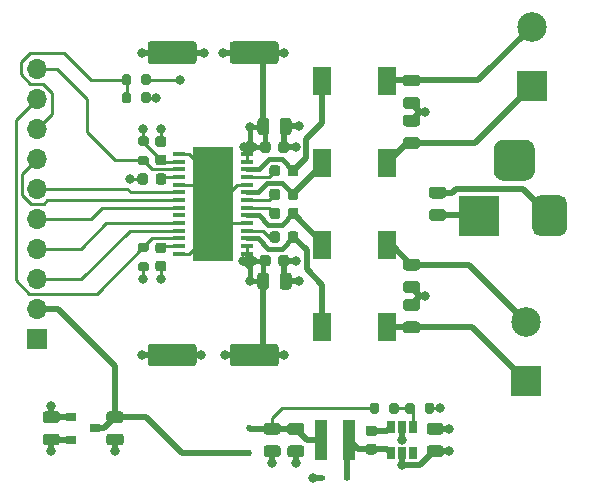
<source format=gbr>
%TF.GenerationSoftware,KiCad,Pcbnew,5.1.9-73d0e3b20d~88~ubuntu20.04.1*%
%TF.CreationDate,2021-06-05T19:46:01+02:00*%
%TF.ProjectId,pooky,706f6f6b-792e-46b6-9963-61645f706362,v1.00*%
%TF.SameCoordinates,Original*%
%TF.FileFunction,Copper,L1,Top*%
%TF.FilePolarity,Positive*%
%FSLAX46Y46*%
G04 Gerber Fmt 4.6, Leading zero omitted, Abs format (unit mm)*
G04 Created by KiCad (PCBNEW 5.1.9-73d0e3b20d~88~ubuntu20.04.1) date 2021-06-05 19:46:01*
%MOMM*%
%LPD*%
G01*
G04 APERTURE LIST*
%TA.AperFunction,SMDPad,CuDef*%
%ADD10R,0.980000X3.400000*%
%TD*%
%TA.AperFunction,SMDPad,CuDef*%
%ADD11R,0.600000X0.450000*%
%TD*%
%TA.AperFunction,SMDPad,CuDef*%
%ADD12R,0.450000X0.600000*%
%TD*%
%TA.AperFunction,SMDPad,CuDef*%
%ADD13R,1.500000X2.400000*%
%TD*%
%TA.AperFunction,SMDPad,CuDef*%
%ADD14R,1.100000X0.400000*%
%TD*%
%TA.AperFunction,SMDPad,CuDef*%
%ADD15R,3.400000X9.700000*%
%TD*%
%TA.AperFunction,ComponentPad*%
%ADD16C,0.600000*%
%TD*%
%TA.AperFunction,SMDPad,CuDef*%
%ADD17R,0.650000X1.060000*%
%TD*%
%TA.AperFunction,SMDPad,CuDef*%
%ADD18R,0.900000X0.800000*%
%TD*%
%TA.AperFunction,ComponentPad*%
%ADD19R,3.500000X3.500000*%
%TD*%
%TA.AperFunction,ComponentPad*%
%ADD20C,2.500000*%
%TD*%
%TA.AperFunction,ComponentPad*%
%ADD21R,2.500000X2.500000*%
%TD*%
%TA.AperFunction,ComponentPad*%
%ADD22R,1.700000X1.700000*%
%TD*%
%TA.AperFunction,ComponentPad*%
%ADD23O,1.700000X1.700000*%
%TD*%
%TA.AperFunction,ViaPad*%
%ADD24C,0.800000*%
%TD*%
%TA.AperFunction,Conductor*%
%ADD25C,0.400000*%
%TD*%
%TA.AperFunction,Conductor*%
%ADD26C,0.500000*%
%TD*%
%TA.AperFunction,Conductor*%
%ADD27C,0.250000*%
%TD*%
G04 APERTURE END LIST*
D10*
%TO.P,L5,1*%
%TO.N,Net-(C17-Pad2)*%
X180485000Y-120000000D03*
%TO.P,L5,2*%
%TO.N,Net-(C18-Pad1)*%
X178115000Y-120000000D03*
%TD*%
%TO.P,C1,2*%
%TO.N,Net-(C1-Pad2)*%
%TA.AperFunction,SMDPad,CuDef*%
G36*
G01*
X175325000Y-97450000D02*
X175325000Y-96950000D01*
G75*
G02*
X175550000Y-96725000I225000J0D01*
G01*
X176000000Y-96725000D01*
G75*
G02*
X176225000Y-96950000I0J-225000D01*
G01*
X176225000Y-97450000D01*
G75*
G02*
X176000000Y-97675000I-225000J0D01*
G01*
X175550000Y-97675000D01*
G75*
G02*
X175325000Y-97450000I0J225000D01*
G01*
G37*
%TD.AperFunction*%
%TO.P,C1,1*%
%TO.N,Net-(C1-Pad1)*%
%TA.AperFunction,SMDPad,CuDef*%
G36*
G01*
X173775000Y-97450000D02*
X173775000Y-96950000D01*
G75*
G02*
X174000000Y-96725000I225000J0D01*
G01*
X174450000Y-96725000D01*
G75*
G02*
X174675000Y-96950000I0J-225000D01*
G01*
X174675000Y-97450000D01*
G75*
G02*
X174450000Y-97675000I-225000J0D01*
G01*
X174000000Y-97675000D01*
G75*
G02*
X173775000Y-97450000I0J225000D01*
G01*
G37*
%TD.AperFunction*%
%TD*%
%TO.P,C2,2*%
%TO.N,Net-(C2-Pad2)*%
%TA.AperFunction,SMDPad,CuDef*%
G36*
G01*
X175325000Y-103050000D02*
X175325000Y-102550000D01*
G75*
G02*
X175550000Y-102325000I225000J0D01*
G01*
X176000000Y-102325000D01*
G75*
G02*
X176225000Y-102550000I0J-225000D01*
G01*
X176225000Y-103050000D01*
G75*
G02*
X176000000Y-103275000I-225000J0D01*
G01*
X175550000Y-103275000D01*
G75*
G02*
X175325000Y-103050000I0J225000D01*
G01*
G37*
%TD.AperFunction*%
%TO.P,C2,1*%
%TO.N,Net-(C2-Pad1)*%
%TA.AperFunction,SMDPad,CuDef*%
G36*
G01*
X173775000Y-103050000D02*
X173775000Y-102550000D01*
G75*
G02*
X174000000Y-102325000I225000J0D01*
G01*
X174450000Y-102325000D01*
G75*
G02*
X174675000Y-102550000I0J-225000D01*
G01*
X174675000Y-103050000D01*
G75*
G02*
X174450000Y-103275000I-225000J0D01*
G01*
X174000000Y-103275000D01*
G75*
G02*
X173775000Y-103050000I0J225000D01*
G01*
G37*
%TD.AperFunction*%
%TD*%
%TO.P,C3,1*%
%TO.N,Net-(C3-Pad1)*%
%TA.AperFunction,SMDPad,CuDef*%
G36*
G01*
X173775000Y-99450000D02*
X173775000Y-98950000D01*
G75*
G02*
X174000000Y-98725000I225000J0D01*
G01*
X174450000Y-98725000D01*
G75*
G02*
X174675000Y-98950000I0J-225000D01*
G01*
X174675000Y-99450000D01*
G75*
G02*
X174450000Y-99675000I-225000J0D01*
G01*
X174000000Y-99675000D01*
G75*
G02*
X173775000Y-99450000I0J225000D01*
G01*
G37*
%TD.AperFunction*%
%TO.P,C3,2*%
%TO.N,Net-(C3-Pad2)*%
%TA.AperFunction,SMDPad,CuDef*%
G36*
G01*
X175325000Y-99450000D02*
X175325000Y-98950000D01*
G75*
G02*
X175550000Y-98725000I225000J0D01*
G01*
X176000000Y-98725000D01*
G75*
G02*
X176225000Y-98950000I0J-225000D01*
G01*
X176225000Y-99450000D01*
G75*
G02*
X176000000Y-99675000I-225000J0D01*
G01*
X175550000Y-99675000D01*
G75*
G02*
X175325000Y-99450000I0J225000D01*
G01*
G37*
%TD.AperFunction*%
%TD*%
%TO.P,C4,2*%
%TO.N,Net-(C4-Pad2)*%
%TA.AperFunction,SMDPad,CuDef*%
G36*
G01*
X175325000Y-101050000D02*
X175325000Y-100550000D01*
G75*
G02*
X175550000Y-100325000I225000J0D01*
G01*
X176000000Y-100325000D01*
G75*
G02*
X176225000Y-100550000I0J-225000D01*
G01*
X176225000Y-101050000D01*
G75*
G02*
X176000000Y-101275000I-225000J0D01*
G01*
X175550000Y-101275000D01*
G75*
G02*
X175325000Y-101050000I0J225000D01*
G01*
G37*
%TD.AperFunction*%
%TO.P,C4,1*%
%TO.N,Net-(C4-Pad1)*%
%TA.AperFunction,SMDPad,CuDef*%
G36*
G01*
X173775000Y-101050000D02*
X173775000Y-100550000D01*
G75*
G02*
X174000000Y-100325000I225000J0D01*
G01*
X174450000Y-100325000D01*
G75*
G02*
X174675000Y-100550000I0J-225000D01*
G01*
X174675000Y-101050000D01*
G75*
G02*
X174450000Y-101275000I-225000J0D01*
G01*
X174000000Y-101275000D01*
G75*
G02*
X173775000Y-101050000I0J225000D01*
G01*
G37*
%TD.AperFunction*%
%TD*%
%TO.P,C5,2*%
%TO.N,Net-(C5-Pad2)*%
%TA.AperFunction,SMDPad,CuDef*%
G36*
G01*
X186275000Y-90050000D02*
X185325000Y-90050000D01*
G75*
G02*
X185075000Y-89800000I0J250000D01*
G01*
X185075000Y-89300000D01*
G75*
G02*
X185325000Y-89050000I250000J0D01*
G01*
X186275000Y-89050000D01*
G75*
G02*
X186525000Y-89300000I0J-250000D01*
G01*
X186525000Y-89800000D01*
G75*
G02*
X186275000Y-90050000I-250000J0D01*
G01*
G37*
%TD.AperFunction*%
%TO.P,C5,1*%
%TO.N,GND*%
%TA.AperFunction,SMDPad,CuDef*%
G36*
G01*
X186275000Y-91950000D02*
X185325000Y-91950000D01*
G75*
G02*
X185075000Y-91700000I0J250000D01*
G01*
X185075000Y-91200000D01*
G75*
G02*
X185325000Y-90950000I250000J0D01*
G01*
X186275000Y-90950000D01*
G75*
G02*
X186525000Y-91200000I0J-250000D01*
G01*
X186525000Y-91700000D01*
G75*
G02*
X186275000Y-91950000I-250000J0D01*
G01*
G37*
%TD.AperFunction*%
%TD*%
%TO.P,C6,2*%
%TO.N,GND*%
%TA.AperFunction,SMDPad,CuDef*%
G36*
G01*
X186275000Y-93450000D02*
X185325000Y-93450000D01*
G75*
G02*
X185075000Y-93200000I0J250000D01*
G01*
X185075000Y-92700000D01*
G75*
G02*
X185325000Y-92450000I250000J0D01*
G01*
X186275000Y-92450000D01*
G75*
G02*
X186525000Y-92700000I0J-250000D01*
G01*
X186525000Y-93200000D01*
G75*
G02*
X186275000Y-93450000I-250000J0D01*
G01*
G37*
%TD.AperFunction*%
%TO.P,C6,1*%
%TO.N,Net-(C6-Pad1)*%
%TA.AperFunction,SMDPad,CuDef*%
G36*
G01*
X186275000Y-95350000D02*
X185325000Y-95350000D01*
G75*
G02*
X185075000Y-95100000I0J250000D01*
G01*
X185075000Y-94600000D01*
G75*
G02*
X185325000Y-94350000I250000J0D01*
G01*
X186275000Y-94350000D01*
G75*
G02*
X186525000Y-94600000I0J-250000D01*
G01*
X186525000Y-95100000D01*
G75*
G02*
X186275000Y-95350000I-250000J0D01*
G01*
G37*
%TD.AperFunction*%
%TD*%
%TO.P,C7,1*%
%TO.N,GND*%
%TA.AperFunction,SMDPad,CuDef*%
G36*
G01*
X186275000Y-107550000D02*
X185325000Y-107550000D01*
G75*
G02*
X185075000Y-107300000I0J250000D01*
G01*
X185075000Y-106800000D01*
G75*
G02*
X185325000Y-106550000I250000J0D01*
G01*
X186275000Y-106550000D01*
G75*
G02*
X186525000Y-106800000I0J-250000D01*
G01*
X186525000Y-107300000D01*
G75*
G02*
X186275000Y-107550000I-250000J0D01*
G01*
G37*
%TD.AperFunction*%
%TO.P,C7,2*%
%TO.N,Net-(C7-Pad2)*%
%TA.AperFunction,SMDPad,CuDef*%
G36*
G01*
X186275000Y-105650000D02*
X185325000Y-105650000D01*
G75*
G02*
X185075000Y-105400000I0J250000D01*
G01*
X185075000Y-104900000D01*
G75*
G02*
X185325000Y-104650000I250000J0D01*
G01*
X186275000Y-104650000D01*
G75*
G02*
X186525000Y-104900000I0J-250000D01*
G01*
X186525000Y-105400000D01*
G75*
G02*
X186275000Y-105650000I-250000J0D01*
G01*
G37*
%TD.AperFunction*%
%TD*%
%TO.P,C8,1*%
%TO.N,Net-(C8-Pad1)*%
%TA.AperFunction,SMDPad,CuDef*%
G36*
G01*
X186275000Y-110950000D02*
X185325000Y-110950000D01*
G75*
G02*
X185075000Y-110700000I0J250000D01*
G01*
X185075000Y-110200000D01*
G75*
G02*
X185325000Y-109950000I250000J0D01*
G01*
X186275000Y-109950000D01*
G75*
G02*
X186525000Y-110200000I0J-250000D01*
G01*
X186525000Y-110700000D01*
G75*
G02*
X186275000Y-110950000I-250000J0D01*
G01*
G37*
%TD.AperFunction*%
%TO.P,C8,2*%
%TO.N,GND*%
%TA.AperFunction,SMDPad,CuDef*%
G36*
G01*
X186275000Y-109050000D02*
X185325000Y-109050000D01*
G75*
G02*
X185075000Y-108800000I0J250000D01*
G01*
X185075000Y-108300000D01*
G75*
G02*
X185325000Y-108050000I250000J0D01*
G01*
X186275000Y-108050000D01*
G75*
G02*
X186525000Y-108300000I0J-250000D01*
G01*
X186525000Y-108800000D01*
G75*
G02*
X186275000Y-109050000I-250000J0D01*
G01*
G37*
%TD.AperFunction*%
%TD*%
%TO.P,C9,1*%
%TO.N,vin*%
%TA.AperFunction,SMDPad,CuDef*%
G36*
G01*
X172975000Y-95450000D02*
X172975000Y-94950000D01*
G75*
G02*
X173200000Y-94725000I225000J0D01*
G01*
X173650000Y-94725000D01*
G75*
G02*
X173875000Y-94950000I0J-225000D01*
G01*
X173875000Y-95450000D01*
G75*
G02*
X173650000Y-95675000I-225000J0D01*
G01*
X173200000Y-95675000D01*
G75*
G02*
X172975000Y-95450000I0J225000D01*
G01*
G37*
%TD.AperFunction*%
%TO.P,C9,2*%
%TO.N,GND*%
%TA.AperFunction,SMDPad,CuDef*%
G36*
G01*
X174525000Y-95450000D02*
X174525000Y-94950000D01*
G75*
G02*
X174750000Y-94725000I225000J0D01*
G01*
X175200000Y-94725000D01*
G75*
G02*
X175425000Y-94950000I0J-225000D01*
G01*
X175425000Y-95450000D01*
G75*
G02*
X175200000Y-95675000I-225000J0D01*
G01*
X174750000Y-95675000D01*
G75*
G02*
X174525000Y-95450000I0J225000D01*
G01*
G37*
%TD.AperFunction*%
%TD*%
%TO.P,C10,1*%
%TO.N,vin*%
%TA.AperFunction,SMDPad,CuDef*%
G36*
G01*
X172975000Y-105050000D02*
X172975000Y-104550000D01*
G75*
G02*
X173200000Y-104325000I225000J0D01*
G01*
X173650000Y-104325000D01*
G75*
G02*
X173875000Y-104550000I0J-225000D01*
G01*
X173875000Y-105050000D01*
G75*
G02*
X173650000Y-105275000I-225000J0D01*
G01*
X173200000Y-105275000D01*
G75*
G02*
X172975000Y-105050000I0J225000D01*
G01*
G37*
%TD.AperFunction*%
%TO.P,C10,2*%
%TO.N,GND*%
%TA.AperFunction,SMDPad,CuDef*%
G36*
G01*
X174525000Y-105050000D02*
X174525000Y-104550000D01*
G75*
G02*
X174750000Y-104325000I225000J0D01*
G01*
X175200000Y-104325000D01*
G75*
G02*
X175425000Y-104550000I0J-225000D01*
G01*
X175425000Y-105050000D01*
G75*
G02*
X175200000Y-105275000I-225000J0D01*
G01*
X174750000Y-105275000D01*
G75*
G02*
X174525000Y-105050000I0J225000D01*
G01*
G37*
%TD.AperFunction*%
%TD*%
%TO.P,C11,1*%
%TO.N,vin*%
%TA.AperFunction,SMDPad,CuDef*%
G36*
G01*
X172750000Y-93925000D02*
X172750000Y-92975000D01*
G75*
G02*
X173000000Y-92725000I250000J0D01*
G01*
X173500000Y-92725000D01*
G75*
G02*
X173750000Y-92975000I0J-250000D01*
G01*
X173750000Y-93925000D01*
G75*
G02*
X173500000Y-94175000I-250000J0D01*
G01*
X173000000Y-94175000D01*
G75*
G02*
X172750000Y-93925000I0J250000D01*
G01*
G37*
%TD.AperFunction*%
%TO.P,C11,2*%
%TO.N,GND*%
%TA.AperFunction,SMDPad,CuDef*%
G36*
G01*
X174650000Y-93925000D02*
X174650000Y-92975000D01*
G75*
G02*
X174900000Y-92725000I250000J0D01*
G01*
X175400000Y-92725000D01*
G75*
G02*
X175650000Y-92975000I0J-250000D01*
G01*
X175650000Y-93925000D01*
G75*
G02*
X175400000Y-94175000I-250000J0D01*
G01*
X174900000Y-94175000D01*
G75*
G02*
X174650000Y-93925000I0J250000D01*
G01*
G37*
%TD.AperFunction*%
%TD*%
%TO.P,C12,1*%
%TO.N,vin*%
%TA.AperFunction,SMDPad,CuDef*%
G36*
G01*
X172750000Y-107025000D02*
X172750000Y-106075000D01*
G75*
G02*
X173000000Y-105825000I250000J0D01*
G01*
X173500000Y-105825000D01*
G75*
G02*
X173750000Y-106075000I0J-250000D01*
G01*
X173750000Y-107025000D01*
G75*
G02*
X173500000Y-107275000I-250000J0D01*
G01*
X173000000Y-107275000D01*
G75*
G02*
X172750000Y-107025000I0J250000D01*
G01*
G37*
%TD.AperFunction*%
%TO.P,C12,2*%
%TO.N,GND*%
%TA.AperFunction,SMDPad,CuDef*%
G36*
G01*
X174650000Y-107025000D02*
X174650000Y-106075000D01*
G75*
G02*
X174900000Y-105825000I250000J0D01*
G01*
X175400000Y-105825000D01*
G75*
G02*
X175650000Y-106075000I0J-250000D01*
G01*
X175650000Y-107025000D01*
G75*
G02*
X175400000Y-107275000I-250000J0D01*
G01*
X174900000Y-107275000D01*
G75*
G02*
X174650000Y-107025000I0J250000D01*
G01*
G37*
%TD.AperFunction*%
%TD*%
%TO.P,C13,1*%
%TO.N,vin*%
%TA.AperFunction,SMDPad,CuDef*%
G36*
G01*
X187525000Y-98550000D02*
X188475000Y-98550000D01*
G75*
G02*
X188725000Y-98800000I0J-250000D01*
G01*
X188725000Y-99300000D01*
G75*
G02*
X188475000Y-99550000I-250000J0D01*
G01*
X187525000Y-99550000D01*
G75*
G02*
X187275000Y-99300000I0J250000D01*
G01*
X187275000Y-98800000D01*
G75*
G02*
X187525000Y-98550000I250000J0D01*
G01*
G37*
%TD.AperFunction*%
%TO.P,C13,2*%
%TO.N,GND*%
%TA.AperFunction,SMDPad,CuDef*%
G36*
G01*
X187525000Y-100450000D02*
X188475000Y-100450000D01*
G75*
G02*
X188725000Y-100700000I0J-250000D01*
G01*
X188725000Y-101200000D01*
G75*
G02*
X188475000Y-101450000I-250000J0D01*
G01*
X187525000Y-101450000D01*
G75*
G02*
X187275000Y-101200000I0J250000D01*
G01*
X187275000Y-100700000D01*
G75*
G02*
X187525000Y-100450000I250000J0D01*
G01*
G37*
%TD.AperFunction*%
%TD*%
%TO.P,C14,2*%
%TO.N,GND*%
%TA.AperFunction,SMDPad,CuDef*%
G36*
G01*
X188275000Y-119550000D02*
X187325000Y-119550000D01*
G75*
G02*
X187075000Y-119300000I0J250000D01*
G01*
X187075000Y-118800000D01*
G75*
G02*
X187325000Y-118550000I250000J0D01*
G01*
X188275000Y-118550000D01*
G75*
G02*
X188525000Y-118800000I0J-250000D01*
G01*
X188525000Y-119300000D01*
G75*
G02*
X188275000Y-119550000I-250000J0D01*
G01*
G37*
%TD.AperFunction*%
%TO.P,C14,1*%
%TO.N,vin*%
%TA.AperFunction,SMDPad,CuDef*%
G36*
G01*
X188275000Y-121450000D02*
X187325000Y-121450000D01*
G75*
G02*
X187075000Y-121200000I0J250000D01*
G01*
X187075000Y-120700000D01*
G75*
G02*
X187325000Y-120450000I250000J0D01*
G01*
X188275000Y-120450000D01*
G75*
G02*
X188525000Y-120700000I0J-250000D01*
G01*
X188525000Y-121200000D01*
G75*
G02*
X188275000Y-121450000I-250000J0D01*
G01*
G37*
%TD.AperFunction*%
%TD*%
%TO.P,C16,2*%
%TO.N,GND*%
%TA.AperFunction,SMDPad,CuDef*%
G36*
G01*
X155775000Y-118550000D02*
X154825000Y-118550000D01*
G75*
G02*
X154575000Y-118300000I0J250000D01*
G01*
X154575000Y-117800000D01*
G75*
G02*
X154825000Y-117550000I250000J0D01*
G01*
X155775000Y-117550000D01*
G75*
G02*
X156025000Y-117800000I0J-250000D01*
G01*
X156025000Y-118300000D01*
G75*
G02*
X155775000Y-118550000I-250000J0D01*
G01*
G37*
%TD.AperFunction*%
%TO.P,C16,1*%
%TO.N,+3V3*%
%TA.AperFunction,SMDPad,CuDef*%
G36*
G01*
X155775000Y-120450000D02*
X154825000Y-120450000D01*
G75*
G02*
X154575000Y-120200000I0J250000D01*
G01*
X154575000Y-119700000D01*
G75*
G02*
X154825000Y-119450000I250000J0D01*
G01*
X155775000Y-119450000D01*
G75*
G02*
X156025000Y-119700000I0J-250000D01*
G01*
X156025000Y-120200000D01*
G75*
G02*
X155775000Y-120450000I-250000J0D01*
G01*
G37*
%TD.AperFunction*%
%TD*%
%TO.P,C17,2*%
%TO.N,Net-(C17-Pad2)*%
%TA.AperFunction,SMDPad,CuDef*%
G36*
G01*
X182150000Y-120325000D02*
X182650000Y-120325000D01*
G75*
G02*
X182875000Y-120550000I0J-225000D01*
G01*
X182875000Y-121000000D01*
G75*
G02*
X182650000Y-121225000I-225000J0D01*
G01*
X182150000Y-121225000D01*
G75*
G02*
X181925000Y-121000000I0J225000D01*
G01*
X181925000Y-120550000D01*
G75*
G02*
X182150000Y-120325000I225000J0D01*
G01*
G37*
%TD.AperFunction*%
%TO.P,C17,1*%
%TO.N,Net-(C17-Pad1)*%
%TA.AperFunction,SMDPad,CuDef*%
G36*
G01*
X182150000Y-118775000D02*
X182650000Y-118775000D01*
G75*
G02*
X182875000Y-119000000I0J-225000D01*
G01*
X182875000Y-119450000D01*
G75*
G02*
X182650000Y-119675000I-225000J0D01*
G01*
X182150000Y-119675000D01*
G75*
G02*
X181925000Y-119450000I0J225000D01*
G01*
X181925000Y-119000000D01*
G75*
G02*
X182150000Y-118775000I225000J0D01*
G01*
G37*
%TD.AperFunction*%
%TD*%
%TO.P,C18,2*%
%TO.N,GND*%
%TA.AperFunction,SMDPad,CuDef*%
G36*
G01*
X173525000Y-120450000D02*
X174475000Y-120450000D01*
G75*
G02*
X174725000Y-120700000I0J-250000D01*
G01*
X174725000Y-121200000D01*
G75*
G02*
X174475000Y-121450000I-250000J0D01*
G01*
X173525000Y-121450000D01*
G75*
G02*
X173275000Y-121200000I0J250000D01*
G01*
X173275000Y-120700000D01*
G75*
G02*
X173525000Y-120450000I250000J0D01*
G01*
G37*
%TD.AperFunction*%
%TO.P,C18,1*%
%TO.N,Net-(C18-Pad1)*%
%TA.AperFunction,SMDPad,CuDef*%
G36*
G01*
X173525000Y-118550000D02*
X174475000Y-118550000D01*
G75*
G02*
X174725000Y-118800000I0J-250000D01*
G01*
X174725000Y-119300000D01*
G75*
G02*
X174475000Y-119550000I-250000J0D01*
G01*
X173525000Y-119550000D01*
G75*
G02*
X173275000Y-119300000I0J250000D01*
G01*
X173275000Y-118800000D01*
G75*
G02*
X173525000Y-118550000I250000J0D01*
G01*
G37*
%TD.AperFunction*%
%TD*%
%TO.P,C19,1*%
%TO.N,Net-(C18-Pad1)*%
%TA.AperFunction,SMDPad,CuDef*%
G36*
G01*
X175525000Y-118550000D02*
X176475000Y-118550000D01*
G75*
G02*
X176725000Y-118800000I0J-250000D01*
G01*
X176725000Y-119300000D01*
G75*
G02*
X176475000Y-119550000I-250000J0D01*
G01*
X175525000Y-119550000D01*
G75*
G02*
X175275000Y-119300000I0J250000D01*
G01*
X175275000Y-118800000D01*
G75*
G02*
X175525000Y-118550000I250000J0D01*
G01*
G37*
%TD.AperFunction*%
%TO.P,C19,2*%
%TO.N,GND*%
%TA.AperFunction,SMDPad,CuDef*%
G36*
G01*
X175525000Y-120450000D02*
X176475000Y-120450000D01*
G75*
G02*
X176725000Y-120700000I0J-250000D01*
G01*
X176725000Y-121200000D01*
G75*
G02*
X176475000Y-121450000I-250000J0D01*
G01*
X175525000Y-121450000D01*
G75*
G02*
X175275000Y-121200000I0J250000D01*
G01*
X175275000Y-120700000D01*
G75*
G02*
X175525000Y-120450000I250000J0D01*
G01*
G37*
%TD.AperFunction*%
%TD*%
%TO.P,C20,2*%
%TO.N,+3V3*%
%TA.AperFunction,SMDPad,CuDef*%
G36*
G01*
X164330000Y-95825000D02*
X164830000Y-95825000D01*
G75*
G02*
X165055000Y-96050000I0J-225000D01*
G01*
X165055000Y-96500000D01*
G75*
G02*
X164830000Y-96725000I-225000J0D01*
G01*
X164330000Y-96725000D01*
G75*
G02*
X164105000Y-96500000I0J225000D01*
G01*
X164105000Y-96050000D01*
G75*
G02*
X164330000Y-95825000I225000J0D01*
G01*
G37*
%TD.AperFunction*%
%TO.P,C20,1*%
%TO.N,GND*%
%TA.AperFunction,SMDPad,CuDef*%
G36*
G01*
X164330000Y-94275000D02*
X164830000Y-94275000D01*
G75*
G02*
X165055000Y-94500000I0J-225000D01*
G01*
X165055000Y-94950000D01*
G75*
G02*
X164830000Y-95175000I-225000J0D01*
G01*
X164330000Y-95175000D01*
G75*
G02*
X164105000Y-94950000I0J225000D01*
G01*
X164105000Y-94500000D01*
G75*
G02*
X164330000Y-94275000I225000J0D01*
G01*
G37*
%TD.AperFunction*%
%TD*%
%TO.P,C21,1*%
%TO.N,GND*%
%TA.AperFunction,SMDPad,CuDef*%
G36*
G01*
X162595000Y-98140000D02*
X162595000Y-97640000D01*
G75*
G02*
X162820000Y-97415000I225000J0D01*
G01*
X163270000Y-97415000D01*
G75*
G02*
X163495000Y-97640000I0J-225000D01*
G01*
X163495000Y-98140000D01*
G75*
G02*
X163270000Y-98365000I-225000J0D01*
G01*
X162820000Y-98365000D01*
G75*
G02*
X162595000Y-98140000I0J225000D01*
G01*
G37*
%TD.AperFunction*%
%TO.P,C21,2*%
%TO.N,Net-(C21-Pad2)*%
%TA.AperFunction,SMDPad,CuDef*%
G36*
G01*
X164145000Y-98140000D02*
X164145000Y-97640000D01*
G75*
G02*
X164370000Y-97415000I225000J0D01*
G01*
X164820000Y-97415000D01*
G75*
G02*
X165045000Y-97640000I0J-225000D01*
G01*
X165045000Y-98140000D01*
G75*
G02*
X164820000Y-98365000I-225000J0D01*
G01*
X164370000Y-98365000D01*
G75*
G02*
X164145000Y-98140000I0J225000D01*
G01*
G37*
%TD.AperFunction*%
%TD*%
%TO.P,C22,1*%
%TO.N,GND*%
%TA.AperFunction,SMDPad,CuDef*%
G36*
G01*
X164830000Y-105725000D02*
X164330000Y-105725000D01*
G75*
G02*
X164105000Y-105500000I0J225000D01*
G01*
X164105000Y-105050000D01*
G75*
G02*
X164330000Y-104825000I225000J0D01*
G01*
X164830000Y-104825000D01*
G75*
G02*
X165055000Y-105050000I0J-225000D01*
G01*
X165055000Y-105500000D01*
G75*
G02*
X164830000Y-105725000I-225000J0D01*
G01*
G37*
%TD.AperFunction*%
%TO.P,C22,2*%
%TO.N,Net-(C22-Pad2)*%
%TA.AperFunction,SMDPad,CuDef*%
G36*
G01*
X164830000Y-104175000D02*
X164330000Y-104175000D01*
G75*
G02*
X164105000Y-103950000I0J225000D01*
G01*
X164105000Y-103500000D01*
G75*
G02*
X164330000Y-103275000I225000J0D01*
G01*
X164830000Y-103275000D01*
G75*
G02*
X165055000Y-103500000I0J-225000D01*
G01*
X165055000Y-103950000D01*
G75*
G02*
X164830000Y-104175000I-225000J0D01*
G01*
G37*
%TD.AperFunction*%
%TD*%
%TO.P,C24,1*%
%TO.N,vin*%
%TA.AperFunction,SMDPad,CuDef*%
G36*
G01*
X174550000Y-86500000D02*
X174550000Y-87900000D01*
G75*
G02*
X174300000Y-88150000I-250000J0D01*
G01*
X170650000Y-88150000D01*
G75*
G02*
X170400000Y-87900000I0J250000D01*
G01*
X170400000Y-86500000D01*
G75*
G02*
X170650000Y-86250000I250000J0D01*
G01*
X174300000Y-86250000D01*
G75*
G02*
X174550000Y-86500000I0J-250000D01*
G01*
G37*
%TD.AperFunction*%
%TO.P,C24,2*%
%TO.N,GND*%
%TA.AperFunction,SMDPad,CuDef*%
G36*
G01*
X167600000Y-86500000D02*
X167600000Y-87900000D01*
G75*
G02*
X167350000Y-88150000I-250000J0D01*
G01*
X163700000Y-88150000D01*
G75*
G02*
X163450000Y-87900000I0J250000D01*
G01*
X163450000Y-86500000D01*
G75*
G02*
X163700000Y-86250000I250000J0D01*
G01*
X167350000Y-86250000D01*
G75*
G02*
X167600000Y-86500000I0J-250000D01*
G01*
G37*
%TD.AperFunction*%
%TD*%
%TO.P,C36,2*%
%TO.N,GND*%
%TA.AperFunction,SMDPad,CuDef*%
G36*
G01*
X167600000Y-112100000D02*
X167600000Y-113500000D01*
G75*
G02*
X167350000Y-113750000I-250000J0D01*
G01*
X163700000Y-113750000D01*
G75*
G02*
X163450000Y-113500000I0J250000D01*
G01*
X163450000Y-112100000D01*
G75*
G02*
X163700000Y-111850000I250000J0D01*
G01*
X167350000Y-111850000D01*
G75*
G02*
X167600000Y-112100000I0J-250000D01*
G01*
G37*
%TD.AperFunction*%
%TO.P,C36,1*%
%TO.N,vin*%
%TA.AperFunction,SMDPad,CuDef*%
G36*
G01*
X174550000Y-112100000D02*
X174550000Y-113500000D01*
G75*
G02*
X174300000Y-113750000I-250000J0D01*
G01*
X170650000Y-113750000D01*
G75*
G02*
X170400000Y-113500000I0J250000D01*
G01*
X170400000Y-112100000D01*
G75*
G02*
X170650000Y-111850000I250000J0D01*
G01*
X174300000Y-111850000D01*
G75*
G02*
X174550000Y-112100000I0J-250000D01*
G01*
G37*
%TD.AperFunction*%
%TD*%
D11*
%TO.P,D1,2*%
%TO.N,GND*%
X178250000Y-123250000D03*
%TO.P,D1,1*%
%TO.N,Net-(C17-Pad2)*%
X180350000Y-123250000D03*
%TD*%
D12*
%TO.P,D2,1*%
%TO.N,+5V*%
X172000000Y-121050000D03*
%TO.P,D2,2*%
%TO.N,Net-(C18-Pad1)*%
X172000000Y-118950000D03*
%TD*%
D13*
%TO.P,L1,2*%
%TO.N,Net-(C5-Pad2)*%
X183750000Y-89600000D03*
%TO.P,L1,1*%
%TO.N,Net-(C1-Pad2)*%
X178250000Y-89600000D03*
%TD*%
%TO.P,L2,1*%
%TO.N,Net-(C2-Pad2)*%
X178250000Y-110400000D03*
%TO.P,L2,2*%
%TO.N,Net-(C8-Pad1)*%
X183750000Y-110400000D03*
%TD*%
%TO.P,L3,2*%
%TO.N,Net-(C6-Pad1)*%
X183750000Y-96500000D03*
%TO.P,L3,1*%
%TO.N,Net-(C3-Pad2)*%
X178250000Y-96500000D03*
%TD*%
%TO.P,L4,1*%
%TO.N,Net-(C4-Pad2)*%
X178250000Y-103500000D03*
%TO.P,L4,2*%
%TO.N,Net-(C7-Pad2)*%
X183750000Y-103500000D03*
%TD*%
%TO.P,R1,2*%
%TO.N,GND*%
%TA.AperFunction,SMDPad,CuDef*%
G36*
G01*
X186925000Y-117575000D02*
X186925000Y-117025000D01*
G75*
G02*
X187125000Y-116825000I200000J0D01*
G01*
X187525000Y-116825000D01*
G75*
G02*
X187725000Y-117025000I0J-200000D01*
G01*
X187725000Y-117575000D01*
G75*
G02*
X187525000Y-117775000I-200000J0D01*
G01*
X187125000Y-117775000D01*
G75*
G02*
X186925000Y-117575000I0J200000D01*
G01*
G37*
%TD.AperFunction*%
%TO.P,R1,1*%
%TO.N,Net-(R1-Pad1)*%
%TA.AperFunction,SMDPad,CuDef*%
G36*
G01*
X185275000Y-117575000D02*
X185275000Y-117025000D01*
G75*
G02*
X185475000Y-116825000I200000J0D01*
G01*
X185875000Y-116825000D01*
G75*
G02*
X186075000Y-117025000I0J-200000D01*
G01*
X186075000Y-117575000D01*
G75*
G02*
X185875000Y-117775000I-200000J0D01*
G01*
X185475000Y-117775000D01*
G75*
G02*
X185275000Y-117575000I0J200000D01*
G01*
G37*
%TD.AperFunction*%
%TD*%
%TO.P,R2,1*%
%TO.N,Net-(C18-Pad1)*%
%TA.AperFunction,SMDPad,CuDef*%
G36*
G01*
X182275000Y-117575000D02*
X182275000Y-117025000D01*
G75*
G02*
X182475000Y-116825000I200000J0D01*
G01*
X182875000Y-116825000D01*
G75*
G02*
X183075000Y-117025000I0J-200000D01*
G01*
X183075000Y-117575000D01*
G75*
G02*
X182875000Y-117775000I-200000J0D01*
G01*
X182475000Y-117775000D01*
G75*
G02*
X182275000Y-117575000I0J200000D01*
G01*
G37*
%TD.AperFunction*%
%TO.P,R2,2*%
%TO.N,Net-(R1-Pad1)*%
%TA.AperFunction,SMDPad,CuDef*%
G36*
G01*
X183925000Y-117575000D02*
X183925000Y-117025000D01*
G75*
G02*
X184125000Y-116825000I200000J0D01*
G01*
X184525000Y-116825000D01*
G75*
G02*
X184725000Y-117025000I0J-200000D01*
G01*
X184725000Y-117575000D01*
G75*
G02*
X184525000Y-117775000I-200000J0D01*
G01*
X184125000Y-117775000D01*
G75*
G02*
X183925000Y-117575000I0J200000D01*
G01*
G37*
%TD.AperFunction*%
%TD*%
%TO.P,R15,1*%
%TO.N,tas_fault*%
%TA.AperFunction,SMDPad,CuDef*%
G36*
G01*
X163355000Y-96725000D02*
X162805000Y-96725000D01*
G75*
G02*
X162605000Y-96525000I0J200000D01*
G01*
X162605000Y-96125000D01*
G75*
G02*
X162805000Y-95925000I200000J0D01*
G01*
X163355000Y-95925000D01*
G75*
G02*
X163555000Y-96125000I0J-200000D01*
G01*
X163555000Y-96525000D01*
G75*
G02*
X163355000Y-96725000I-200000J0D01*
G01*
G37*
%TD.AperFunction*%
%TO.P,R15,2*%
%TO.N,+3V3*%
%TA.AperFunction,SMDPad,CuDef*%
G36*
G01*
X163355000Y-95075000D02*
X162805000Y-95075000D01*
G75*
G02*
X162605000Y-94875000I0J200000D01*
G01*
X162605000Y-94475000D01*
G75*
G02*
X162805000Y-94275000I200000J0D01*
G01*
X163355000Y-94275000D01*
G75*
G02*
X163555000Y-94475000I0J-200000D01*
G01*
X163555000Y-94875000D01*
G75*
G02*
X163355000Y-95075000I-200000J0D01*
G01*
G37*
%TD.AperFunction*%
%TD*%
%TO.P,R23,2*%
%TO.N,tas_pdn*%
%TA.AperFunction,SMDPad,CuDef*%
G36*
G01*
X163375000Y-104075000D02*
X162825000Y-104075000D01*
G75*
G02*
X162625000Y-103875000I0J200000D01*
G01*
X162625000Y-103475000D01*
G75*
G02*
X162825000Y-103275000I200000J0D01*
G01*
X163375000Y-103275000D01*
G75*
G02*
X163575000Y-103475000I0J-200000D01*
G01*
X163575000Y-103875000D01*
G75*
G02*
X163375000Y-104075000I-200000J0D01*
G01*
G37*
%TD.AperFunction*%
%TO.P,R23,1*%
%TO.N,GND*%
%TA.AperFunction,SMDPad,CuDef*%
G36*
G01*
X163375000Y-105725000D02*
X162825000Y-105725000D01*
G75*
G02*
X162625000Y-105525000I0J200000D01*
G01*
X162625000Y-105125000D01*
G75*
G02*
X162825000Y-104925000I200000J0D01*
G01*
X163375000Y-104925000D01*
G75*
G02*
X163575000Y-105125000I0J-200000D01*
G01*
X163575000Y-105525000D01*
G75*
G02*
X163375000Y-105725000I-200000J0D01*
G01*
G37*
%TD.AperFunction*%
%TD*%
D14*
%TO.P,U1,1*%
%TO.N,GND*%
X166150000Y-95775000D03*
%TO.P,U1,2*%
%TO.N,+3V3*%
X166150000Y-96425000D03*
%TO.P,U1,3*%
%TO.N,tas_fault*%
X166150000Y-97075000D03*
%TO.P,U1,4*%
%TO.N,Net-(C21-Pad2)*%
X166150000Y-97725000D03*
%TO.P,U1,5*%
%TO.N,GND*%
X166150000Y-98375000D03*
%TO.P,U1,6*%
%TO.N,i2s1_ws*%
X166150000Y-99025000D03*
%TO.P,U1,7*%
%TO.N,i2s1_ck*%
X166150000Y-99675000D03*
%TO.P,U1,8*%
%TO.N,i2s1_sd*%
X166150000Y-100325000D03*
%TO.P,U1,9*%
%TO.N,N/C*%
X166150000Y-100975000D03*
%TO.P,U1,10*%
%TO.N,i2c_sda*%
X166150000Y-101625000D03*
%TO.P,U1,11*%
%TO.N,i2c_scl*%
X166150000Y-102275000D03*
%TO.P,U1,12*%
%TO.N,tas_pdn*%
X166150000Y-102925000D03*
%TO.P,U1,13*%
%TO.N,Net-(C22-Pad2)*%
X166150000Y-103575000D03*
%TO.P,U1,14*%
%TO.N,GND*%
X166150000Y-104225000D03*
%TO.P,U1,15*%
%TO.N,vin*%
X171850000Y-104225000D03*
%TO.P,U1,16*%
X171850000Y-103575000D03*
%TO.P,U1,17*%
%TO.N,Net-(C2-Pad2)*%
X171850000Y-102925000D03*
%TO.P,U1,18*%
%TO.N,Net-(C2-Pad1)*%
X171850000Y-102275000D03*
%TO.P,U1,19*%
%TO.N,GND*%
X171850000Y-101625000D03*
%TO.P,U1,20*%
%TO.N,Net-(C4-Pad2)*%
X171850000Y-100975000D03*
%TO.P,U1,21*%
%TO.N,Net-(C4-Pad1)*%
X171850000Y-100325000D03*
%TO.P,U1,22*%
%TO.N,Net-(C3-Pad1)*%
X171850000Y-99675000D03*
%TO.P,U1,23*%
%TO.N,Net-(C3-Pad2)*%
X171850000Y-99025000D03*
%TO.P,U1,24*%
%TO.N,GND*%
X171850000Y-98375000D03*
%TO.P,U1,25*%
%TO.N,Net-(C1-Pad1)*%
X171850000Y-97725000D03*
%TO.P,U1,26*%
%TO.N,Net-(C1-Pad2)*%
X171850000Y-97075000D03*
%TO.P,U1,27*%
%TO.N,vin*%
X171850000Y-96425000D03*
%TO.P,U1,28*%
X171850000Y-95775000D03*
D15*
%TO.P,U1,29*%
%TO.N,GND*%
X169000000Y-100000000D03*
D16*
X167700000Y-95550000D03*
X169000000Y-95550000D03*
X170300000Y-95550000D03*
X170300000Y-97330000D03*
X169000000Y-97330000D03*
X167700000Y-97330000D03*
X170300000Y-99110000D03*
X169000000Y-99110000D03*
X167700000Y-99110000D03*
X170300000Y-100890000D03*
X169000000Y-100890000D03*
X167700000Y-100890000D03*
X170300000Y-102670000D03*
X169000000Y-102670000D03*
X167700000Y-102670000D03*
X170300000Y-104450000D03*
X169000000Y-104450000D03*
X167700000Y-104450000D03*
%TD*%
D17*
%TO.P,U2,1*%
%TO.N,Net-(C17-Pad2)*%
X184050000Y-121100000D03*
%TO.P,U2,2*%
%TO.N,vin*%
X185000000Y-121100000D03*
%TO.P,U2,3*%
%TO.N,N/C*%
X185950000Y-121100000D03*
%TO.P,U2,4*%
%TO.N,Net-(R1-Pad1)*%
X185950000Y-118900000D03*
%TO.P,U2,6*%
%TO.N,Net-(C17-Pad1)*%
X184050000Y-118900000D03*
%TO.P,U2,5*%
%TO.N,GND*%
X185000000Y-118900000D03*
%TD*%
D18*
%TO.P,U3,1*%
%TO.N,GND*%
X157000000Y-118050000D03*
%TO.P,U3,2*%
%TO.N,+3V3*%
X157000000Y-119950000D03*
%TO.P,U3,3*%
%TO.N,+5V*%
X159000000Y-119000000D03*
%TD*%
D19*
%TO.P,J5,1*%
%TO.N,GND*%
X191500000Y-101000000D03*
%TO.P,J5,2*%
%TO.N,vin*%
%TA.AperFunction,ComponentPad*%
G36*
G01*
X199000000Y-100000000D02*
X199000000Y-102000000D01*
G75*
G02*
X198250000Y-102750000I-750000J0D01*
G01*
X196750000Y-102750000D01*
G75*
G02*
X196000000Y-102000000I0J750000D01*
G01*
X196000000Y-100000000D01*
G75*
G02*
X196750000Y-99250000I750000J0D01*
G01*
X198250000Y-99250000D01*
G75*
G02*
X199000000Y-100000000I0J-750000D01*
G01*
G37*
%TD.AperFunction*%
%TO.P,J5,3*%
%TO.N,N/C*%
%TA.AperFunction,ComponentPad*%
G36*
G01*
X196250000Y-95425000D02*
X196250000Y-97175000D01*
G75*
G02*
X195375000Y-98050000I-875000J0D01*
G01*
X193625000Y-98050000D01*
G75*
G02*
X192750000Y-97175000I0J875000D01*
G01*
X192750000Y-95425000D01*
G75*
G02*
X193625000Y-94550000I875000J0D01*
G01*
X195375000Y-94550000D01*
G75*
G02*
X196250000Y-95425000I0J-875000D01*
G01*
G37*
%TD.AperFunction*%
%TD*%
D20*
%TO.P,LS2,2*%
%TO.N,Net-(C5-Pad2)*%
X196000000Y-85000000D03*
D21*
%TO.P,LS2,1*%
%TO.N,Net-(C6-Pad1)*%
X196000000Y-90000000D03*
%TD*%
%TO.P,LS1,1*%
%TO.N,Net-(C8-Pad1)*%
X195500000Y-115000000D03*
D20*
%TO.P,LS1,2*%
%TO.N,Net-(C7-Pad2)*%
X195500000Y-110000000D03*
%TD*%
D22*
%TO.P,J1,1*%
%TO.N,GND*%
X154100000Y-111430000D03*
D23*
%TO.P,J1,2*%
%TO.N,+5V*%
X154100000Y-108890000D03*
%TO.P,J1,3*%
%TO.N,i2c_scl*%
X154100000Y-106350000D03*
%TO.P,J1,4*%
%TO.N,i2c_sda*%
X154100000Y-103810000D03*
%TO.P,J1,5*%
%TO.N,i2s1_sd*%
X154100000Y-101270000D03*
%TO.P,J1,6*%
%TO.N,i2s1_ws*%
X154100000Y-98730000D03*
%TO.P,J1,7*%
%TO.N,i2s1_ck*%
X154100000Y-96190000D03*
%TO.P,J1,8*%
%TO.N,adc_vin*%
X154100000Y-93650000D03*
%TO.P,J1,9*%
%TO.N,tas_pdn*%
X154100000Y-91110000D03*
%TO.P,J1,10*%
%TO.N,tas_fault*%
X154100000Y-88570000D03*
%TD*%
%TO.P,R3,1*%
%TO.N,vin*%
%TA.AperFunction,SMDPad,CuDef*%
G36*
G01*
X163725000Y-89225000D02*
X163725000Y-89775000D01*
G75*
G02*
X163525000Y-89975000I-200000J0D01*
G01*
X163125000Y-89975000D01*
G75*
G02*
X162925000Y-89775000I0J200000D01*
G01*
X162925000Y-89225000D01*
G75*
G02*
X163125000Y-89025000I200000J0D01*
G01*
X163525000Y-89025000D01*
G75*
G02*
X163725000Y-89225000I0J-200000D01*
G01*
G37*
%TD.AperFunction*%
%TO.P,R3,2*%
%TO.N,adc_vin*%
%TA.AperFunction,SMDPad,CuDef*%
G36*
G01*
X162075000Y-89225000D02*
X162075000Y-89775000D01*
G75*
G02*
X161875000Y-89975000I-200000J0D01*
G01*
X161475000Y-89975000D01*
G75*
G02*
X161275000Y-89775000I0J200000D01*
G01*
X161275000Y-89225000D01*
G75*
G02*
X161475000Y-89025000I200000J0D01*
G01*
X161875000Y-89025000D01*
G75*
G02*
X162075000Y-89225000I0J-200000D01*
G01*
G37*
%TD.AperFunction*%
%TD*%
%TO.P,R4,2*%
%TO.N,GND*%
%TA.AperFunction,SMDPad,CuDef*%
G36*
G01*
X162925000Y-91275000D02*
X162925000Y-90725000D01*
G75*
G02*
X163125000Y-90525000I200000J0D01*
G01*
X163525000Y-90525000D01*
G75*
G02*
X163725000Y-90725000I0J-200000D01*
G01*
X163725000Y-91275000D01*
G75*
G02*
X163525000Y-91475000I-200000J0D01*
G01*
X163125000Y-91475000D01*
G75*
G02*
X162925000Y-91275000I0J200000D01*
G01*
G37*
%TD.AperFunction*%
%TO.P,R4,1*%
%TO.N,adc_vin*%
%TA.AperFunction,SMDPad,CuDef*%
G36*
G01*
X161275000Y-91275000D02*
X161275000Y-90725000D01*
G75*
G02*
X161475000Y-90525000I200000J0D01*
G01*
X161875000Y-90525000D01*
G75*
G02*
X162075000Y-90725000I0J-200000D01*
G01*
X162075000Y-91275000D01*
G75*
G02*
X161875000Y-91475000I-200000J0D01*
G01*
X161475000Y-91475000D01*
G75*
G02*
X161275000Y-91275000I0J200000D01*
G01*
G37*
%TD.AperFunction*%
%TD*%
%TO.P,C15,1*%
%TO.N,+5V*%
%TA.AperFunction,SMDPad,CuDef*%
G36*
G01*
X160225000Y-117550000D02*
X161175000Y-117550000D01*
G75*
G02*
X161425000Y-117800000I0J-250000D01*
G01*
X161425000Y-118300000D01*
G75*
G02*
X161175000Y-118550000I-250000J0D01*
G01*
X160225000Y-118550000D01*
G75*
G02*
X159975000Y-118300000I0J250000D01*
G01*
X159975000Y-117800000D01*
G75*
G02*
X160225000Y-117550000I250000J0D01*
G01*
G37*
%TD.AperFunction*%
%TO.P,C15,2*%
%TO.N,GND*%
%TA.AperFunction,SMDPad,CuDef*%
G36*
G01*
X160225000Y-119450000D02*
X161175000Y-119450000D01*
G75*
G02*
X161425000Y-119700000I0J-250000D01*
G01*
X161425000Y-120200000D01*
G75*
G02*
X161175000Y-120450000I-250000J0D01*
G01*
X160225000Y-120450000D01*
G75*
G02*
X159975000Y-120200000I0J250000D01*
G01*
X159975000Y-119700000D01*
G75*
G02*
X160225000Y-119450000I250000J0D01*
G01*
G37*
%TD.AperFunction*%
%TD*%
D24*
%TO.N,GND*%
X164580000Y-93660000D03*
X164580000Y-106320000D03*
X189000000Y-119050000D03*
X177500000Y-123250000D03*
X174000000Y-121900000D03*
X155300000Y-117100000D03*
X163100000Y-106320000D03*
X162000000Y-97890000D03*
X168199982Y-87200000D03*
X176249992Y-93440000D03*
X176000000Y-95200000D03*
X176250000Y-106550000D03*
X176030000Y-104800000D03*
X186960000Y-107790001D03*
X186960000Y-92200000D03*
X160700000Y-120900000D03*
X164200000Y-91000000D03*
X185000000Y-119969998D03*
X188200000Y-117300000D03*
X176000000Y-121900000D03*
X168000012Y-112800000D03*
X163000000Y-87200000D03*
X163000000Y-112800000D03*
%TO.N,vin*%
X169800000Y-87200000D03*
X172150000Y-93450000D03*
X172390000Y-95200000D03*
X172370000Y-104800000D03*
X172160000Y-106550000D03*
X171600000Y-95200000D03*
X171570000Y-104800000D03*
X166200000Y-89500000D03*
X189000000Y-120950000D03*
X185000000Y-122100000D03*
X170000000Y-112800000D03*
X175000000Y-112800000D03*
X175000000Y-87200000D03*
%TO.N,+3V3*%
X163080000Y-93670000D03*
X155300000Y-120900000D03*
%TD*%
D25*
%TO.N,Net-(C1-Pad2)*%
X174805000Y-96230000D02*
X175775000Y-97200000D01*
X173710000Y-96230000D02*
X174805000Y-96230000D01*
X172865000Y-97075000D02*
X173710000Y-96230000D01*
X171850000Y-97075000D02*
X172865000Y-97075000D01*
D26*
X178250000Y-93130000D02*
X178250000Y-89600000D01*
X176900000Y-94480000D02*
X178250000Y-93130000D01*
X176900000Y-96075000D02*
X176900000Y-94480000D01*
X175775000Y-97200000D02*
X176900000Y-96075000D01*
D27*
%TO.N,Net-(C1-Pad1)*%
X173700000Y-97725000D02*
X174225000Y-97200000D01*
X171850000Y-97725000D02*
X173700000Y-97725000D01*
D25*
%TO.N,Net-(C2-Pad2)*%
X174795000Y-103780000D02*
X175775000Y-102800000D01*
X173690000Y-103780000D02*
X174795000Y-103780000D01*
X172835000Y-102925000D02*
X173690000Y-103780000D01*
X171850000Y-102925000D02*
X172835000Y-102925000D01*
D26*
X178250000Y-106860000D02*
X178250000Y-110400000D01*
X176920000Y-105530000D02*
X178250000Y-106860000D01*
X176920000Y-103945000D02*
X176920000Y-105530000D01*
X175775000Y-102800000D02*
X176920000Y-103945000D01*
D27*
%TO.N,Net-(C2-Pad1)*%
X173775000Y-102800000D02*
X174225000Y-102800000D01*
X173250000Y-102275000D02*
X173775000Y-102800000D01*
X171850000Y-102275000D02*
X173250000Y-102275000D01*
%TO.N,Net-(C3-Pad1)*%
X173750000Y-99675000D02*
X174225000Y-99200000D01*
X171850000Y-99675000D02*
X173750000Y-99675000D01*
D26*
%TO.N,Net-(C3-Pad2)*%
X178250000Y-96725000D02*
X175775000Y-99200000D01*
X178250000Y-96500000D02*
X178250000Y-96725000D01*
D25*
X174835000Y-98260000D02*
X175775000Y-99200000D01*
X173600000Y-98260000D02*
X174835000Y-98260000D01*
X172835000Y-99025000D02*
X173600000Y-98260000D01*
X171850000Y-99025000D02*
X172835000Y-99025000D01*
D26*
%TO.N,Net-(C4-Pad2)*%
X178250000Y-103275000D02*
X175775000Y-100800000D01*
X178250000Y-103500000D02*
X178250000Y-103275000D01*
D25*
X174815000Y-101760000D02*
X175775000Y-100800000D01*
X173660000Y-101760000D02*
X174815000Y-101760000D01*
X172875000Y-100975000D02*
X173660000Y-101760000D01*
X171850000Y-100975000D02*
X172875000Y-100975000D01*
D27*
%TO.N,Net-(C4-Pad1)*%
X173750000Y-100325000D02*
X174225000Y-100800000D01*
X171850000Y-100325000D02*
X173750000Y-100325000D01*
%TO.N,GND*%
X169425000Y-100000000D02*
X169000000Y-100000000D01*
X171050000Y-98375000D02*
X169425000Y-100000000D01*
X171850000Y-98375000D02*
X171050000Y-98375000D01*
X170625000Y-101625000D02*
X169000000Y-100000000D01*
X171850000Y-101625000D02*
X170625000Y-101625000D01*
X167375000Y-98375000D02*
X169000000Y-100000000D01*
X166150000Y-98375000D02*
X167375000Y-98375000D01*
X169000000Y-102175000D02*
X169000000Y-100890000D01*
X166950000Y-104225000D02*
X169000000Y-102175000D01*
X166150000Y-104225000D02*
X166950000Y-104225000D01*
X169000000Y-97825000D02*
X169000000Y-100000000D01*
X166950000Y-95775000D02*
X169000000Y-97825000D01*
X166150000Y-95775000D02*
X166950000Y-95775000D01*
X191450000Y-100950000D02*
X191500000Y-101000000D01*
D26*
X188000000Y-100950000D02*
X191450000Y-100950000D01*
D27*
X163100000Y-105325000D02*
X163100000Y-106320000D01*
X164580000Y-105275000D02*
X164580000Y-106320000D01*
X164580000Y-94725000D02*
X164580000Y-93660000D01*
X163045000Y-97890000D02*
X162000000Y-97890000D01*
D26*
X165525000Y-87200000D02*
X168199982Y-87200000D01*
X174975000Y-95200000D02*
X176000000Y-95200000D01*
X174975000Y-93625000D02*
X175150000Y-93450000D01*
X174975000Y-95200000D02*
X174975000Y-93625000D01*
X175160000Y-93440000D02*
X175150000Y-93450000D01*
X176249992Y-93440000D02*
X175160000Y-93440000D01*
X176030000Y-104800000D02*
X174975000Y-104800000D01*
X176250000Y-106550000D02*
X175150000Y-106550000D01*
X174975000Y-106375000D02*
X175150000Y-106550000D01*
X174975000Y-104800000D02*
X174975000Y-106375000D01*
X186550000Y-92200000D02*
X185800000Y-91450000D01*
X186550000Y-92200000D02*
X185800000Y-92950000D01*
X186960000Y-92200000D02*
X186550000Y-92200000D01*
X186540001Y-107790001D02*
X185800000Y-107050000D01*
X186960000Y-107790001D02*
X186540001Y-107790001D01*
X186559999Y-107790001D02*
X185800000Y-108550000D01*
X186960000Y-107790001D02*
X186559999Y-107790001D01*
D27*
X163325000Y-91000000D02*
X164200000Y-91000000D01*
D26*
X155300000Y-117100000D02*
X155300000Y-118050000D01*
X157000000Y-118050000D02*
X155300000Y-118050000D01*
X160700000Y-119875000D02*
X160700000Y-120800000D01*
X187800000Y-119050000D02*
X189000000Y-119050000D01*
X185000000Y-118900000D02*
X185000000Y-119969998D01*
D27*
X187325000Y-117300000D02*
X188200000Y-117300000D01*
D26*
X178250000Y-123250000D02*
X177500000Y-123250000D01*
X176000000Y-120950000D02*
X176000000Y-121900000D01*
X174000000Y-120950000D02*
X174000000Y-121900000D01*
X165525000Y-112800000D02*
X168000012Y-112800000D01*
X165525000Y-87200000D02*
X163000000Y-87200000D01*
X165525000Y-112800000D02*
X163000000Y-112800000D01*
D27*
%TO.N,vin*%
X171850000Y-96425000D02*
X171850000Y-95775000D01*
X171850000Y-103575000D02*
X171850000Y-104225000D01*
X188125001Y-98924999D02*
X188000000Y-99050000D01*
D25*
X171850000Y-95450000D02*
X171600000Y-95200000D01*
X171850000Y-95775000D02*
X171850000Y-95450000D01*
X171850000Y-95740000D02*
X172390000Y-95200000D01*
X171850000Y-95775000D02*
X171850000Y-95740000D01*
X173425000Y-95200000D02*
X172390000Y-95200000D01*
X172390000Y-95200000D02*
X171600000Y-95200000D01*
X171850000Y-104520000D02*
X171570000Y-104800000D01*
X171850000Y-104225000D02*
X171850000Y-104520000D01*
X171850000Y-104280000D02*
X172370000Y-104800000D01*
X171850000Y-104225000D02*
X171850000Y-104280000D01*
X171570000Y-104800000D02*
X172370000Y-104800000D01*
X173425000Y-104800000D02*
X172370000Y-104800000D01*
X173250000Y-106550000D02*
X172160000Y-106550000D01*
X173250000Y-104975000D02*
X173425000Y-104800000D01*
X173250000Y-106550000D02*
X173250000Y-104975000D01*
X172160000Y-105390000D02*
X171570000Y-104800000D01*
X172160000Y-106550000D02*
X172160000Y-105390000D01*
X172160000Y-105010000D02*
X172370000Y-104800000D01*
X172160000Y-106550000D02*
X172160000Y-105010000D01*
X172150000Y-94960000D02*
X172390000Y-95200000D01*
X172150000Y-93450000D02*
X172150000Y-94960000D01*
X172150000Y-94650000D02*
X171600000Y-95200000D01*
X172150000Y-93450000D02*
X172150000Y-94650000D01*
X173425000Y-93625000D02*
X173250000Y-93450000D01*
X173425000Y-95200000D02*
X173425000Y-93625000D01*
X172150000Y-93450000D02*
X173250000Y-93450000D01*
D26*
X173250000Y-112025000D02*
X172475000Y-112800000D01*
X173250000Y-106550000D02*
X173250000Y-112025000D01*
X173250000Y-87975000D02*
X172475000Y-87200000D01*
X173250000Y-93450000D02*
X173250000Y-87975000D01*
X172475000Y-87200000D02*
X169800000Y-87200000D01*
D27*
X163325000Y-89500000D02*
X166200000Y-89500000D01*
D26*
X185000000Y-121100000D02*
X185000000Y-122100000D01*
X187800000Y-120950000D02*
X189000000Y-120950000D01*
D27*
X187550000Y-120950000D02*
X187800000Y-120950000D01*
D26*
X187550000Y-121050000D02*
X187550000Y-120950000D01*
X186500000Y-122100000D02*
X187550000Y-121050000D01*
X185000000Y-122100000D02*
X186500000Y-122100000D01*
X172475000Y-112800000D02*
X170000000Y-112800000D01*
X172475000Y-112800000D02*
X175000000Y-112800000D01*
X172475000Y-87200000D02*
X175000000Y-87200000D01*
X189550000Y-98700000D02*
X195200000Y-98700000D01*
X189200000Y-99050000D02*
X189550000Y-98700000D01*
X195200000Y-98700000D02*
X197500000Y-101000000D01*
X188000000Y-99050000D02*
X189200000Y-99050000D01*
%TO.N,+5V*%
X159750000Y-119000000D02*
X160700000Y-118050000D01*
X159000000Y-119000000D02*
X159750000Y-119000000D01*
X160700000Y-113700000D02*
X160700000Y-118050000D01*
X155890000Y-108890000D02*
X160700000Y-113700000D01*
X154100000Y-108890000D02*
X155890000Y-108890000D01*
X166350000Y-121050000D02*
X172000000Y-121050000D01*
X163350000Y-118050000D02*
X166350000Y-121050000D01*
X160700000Y-118050000D02*
X163350000Y-118050000D01*
D27*
%TO.N,+3V3*%
X164730000Y-96425000D02*
X164580000Y-96275000D01*
X166150000Y-96425000D02*
X164730000Y-96425000D01*
X163080000Y-94675000D02*
X163080000Y-93670000D01*
X163080000Y-94775000D02*
X164580000Y-96275000D01*
X163080000Y-94675000D02*
X163080000Y-94775000D01*
D26*
X155300000Y-119950000D02*
X155300000Y-120900000D01*
X157000000Y-119950000D02*
X155300000Y-119950000D01*
%TO.N,Net-(C17-Pad2)*%
X183725000Y-120775000D02*
X184050000Y-121100000D01*
X182400000Y-120775000D02*
X183725000Y-120775000D01*
X181260000Y-120775000D02*
X180485000Y-120000000D01*
X182400000Y-120775000D02*
X181260000Y-120775000D01*
X180350000Y-120135000D02*
X180485000Y-120000000D01*
X180350000Y-123250000D02*
X180350000Y-120135000D01*
%TO.N,Net-(C17-Pad1)*%
X183725000Y-119225000D02*
X182400000Y-119225000D01*
X184050000Y-118900000D02*
X183725000Y-119225000D01*
%TO.N,Net-(C18-Pad1)*%
X174000000Y-119050000D02*
X176000000Y-119050000D01*
X172100000Y-119050000D02*
X172000000Y-118950000D01*
X174000000Y-119050000D02*
X172100000Y-119050000D01*
X176950000Y-120000000D02*
X176000000Y-119050000D01*
X178115000Y-120000000D02*
X176950000Y-120000000D01*
D27*
X174800000Y-117300000D02*
X174000000Y-118100000D01*
X174000000Y-118100000D02*
X174000000Y-119050000D01*
X182675000Y-117300000D02*
X174800000Y-117300000D01*
%TO.N,Net-(C21-Pad2)*%
X164760000Y-97725000D02*
X164595000Y-97890000D01*
X166150000Y-97725000D02*
X164760000Y-97725000D01*
%TO.N,Net-(C22-Pad2)*%
X164730000Y-103575000D02*
X164580000Y-103725000D01*
X166150000Y-103575000D02*
X164730000Y-103575000D01*
%TO.N,Net-(R1-Pad1)*%
X185950000Y-117575000D02*
X185675000Y-117300000D01*
X185950000Y-118900000D02*
X185950000Y-117575000D01*
X184325000Y-117300000D02*
X185675000Y-117300000D01*
%TO.N,tas_fault*%
X163830000Y-97075000D02*
X163080000Y-96325000D01*
X166150000Y-97075000D02*
X163830000Y-97075000D01*
X155770000Y-88570000D02*
X154100000Y-88570000D01*
X158300000Y-91100000D02*
X155770000Y-88570000D01*
X158300000Y-93950000D02*
X158300000Y-91100000D01*
X160675000Y-96325000D02*
X158300000Y-93950000D01*
X163080000Y-96325000D02*
X160675000Y-96325000D01*
%TO.N,tas_pdn*%
X163850000Y-102925000D02*
X163100000Y-103675000D01*
X166150000Y-102925000D02*
X163850000Y-102925000D01*
X159175000Y-107600000D02*
X163100000Y-103675000D01*
X153421000Y-107600000D02*
X159175000Y-107600000D01*
X152300000Y-106479000D02*
X153421000Y-107600000D01*
X152300000Y-92910000D02*
X152300000Y-106479000D01*
X154100000Y-91110000D02*
X152300000Y-92910000D01*
%TO.N,i2c_sda*%
X157790000Y-103810000D02*
X154100000Y-103810000D01*
X159975000Y-101625000D02*
X157790000Y-103810000D01*
X166150000Y-101625000D02*
X159975000Y-101625000D01*
%TO.N,i2c_scl*%
X157850000Y-106350000D02*
X154100000Y-106350000D01*
X161925000Y-102275000D02*
X157850000Y-106350000D01*
X166150000Y-102275000D02*
X161925000Y-102275000D01*
D26*
%TO.N,Net-(C5-Pad2)*%
X183800000Y-89550000D02*
X183750000Y-89600000D01*
X185800000Y-89550000D02*
X183800000Y-89550000D01*
X191450000Y-89550000D02*
X196000000Y-85000000D01*
X185800000Y-89550000D02*
X191450000Y-89550000D01*
%TO.N,Net-(C6-Pad1)*%
X185400000Y-94850000D02*
X183750000Y-96500000D01*
X185800000Y-94850000D02*
X185400000Y-94850000D01*
X191150000Y-94850000D02*
X196000000Y-90000000D01*
X185800000Y-94850000D02*
X191150000Y-94850000D01*
%TO.N,Net-(C7-Pad2)*%
X184150000Y-103500000D02*
X185800000Y-105150000D01*
X183750000Y-103500000D02*
X184150000Y-103500000D01*
X190650000Y-105150000D02*
X195500000Y-110000000D01*
X185800000Y-105150000D02*
X190650000Y-105150000D01*
D27*
%TO.N,Net-(C8-Pad1)*%
X183800000Y-110450000D02*
X183750000Y-110400000D01*
D26*
X185750000Y-110400000D02*
X185800000Y-110450000D01*
X183750000Y-110400000D02*
X185750000Y-110400000D01*
X190950000Y-110450000D02*
X195500000Y-115000000D01*
X185800000Y-110450000D02*
X190950000Y-110450000D01*
D27*
%TO.N,i2s1_ws*%
X162025000Y-99025000D02*
X166150000Y-99025000D01*
X161730000Y-98730000D02*
X162025000Y-99025000D01*
X154100000Y-98730000D02*
X161730000Y-98730000D01*
%TO.N,i2s1_ck*%
X152800000Y-97490000D02*
X154100000Y-96190000D01*
X152800000Y-99234501D02*
X152800000Y-97490000D01*
X153565499Y-100000000D02*
X152800000Y-99234501D01*
X154650000Y-100000000D02*
X153565499Y-100000000D01*
X154975000Y-99675000D02*
X154650000Y-100000000D01*
X166150000Y-99675000D02*
X154975000Y-99675000D01*
%TO.N,i2s1_sd*%
X158630000Y-101270000D02*
X154100000Y-101270000D01*
X159575000Y-100325000D02*
X158630000Y-101270000D01*
X166150000Y-100325000D02*
X159575000Y-100325000D01*
%TO.N,adc_vin*%
X161675000Y-89500000D02*
X161675000Y-91000000D01*
X155400000Y-90605499D02*
X155400000Y-92350000D01*
X154634501Y-89840000D02*
X155400000Y-90605499D01*
X152740000Y-89040000D02*
X153540000Y-89840000D01*
X155400000Y-92350000D02*
X154100000Y-93650000D01*
X152740000Y-88000000D02*
X152740000Y-89040000D01*
X156410000Y-87210000D02*
X153530000Y-87210000D01*
X153540000Y-89840000D02*
X154634501Y-89840000D01*
X158700000Y-89500000D02*
X156410000Y-87210000D01*
X153530000Y-87210000D02*
X152740000Y-88000000D01*
X161675000Y-89500000D02*
X158700000Y-89500000D01*
%TD*%
M02*

</source>
